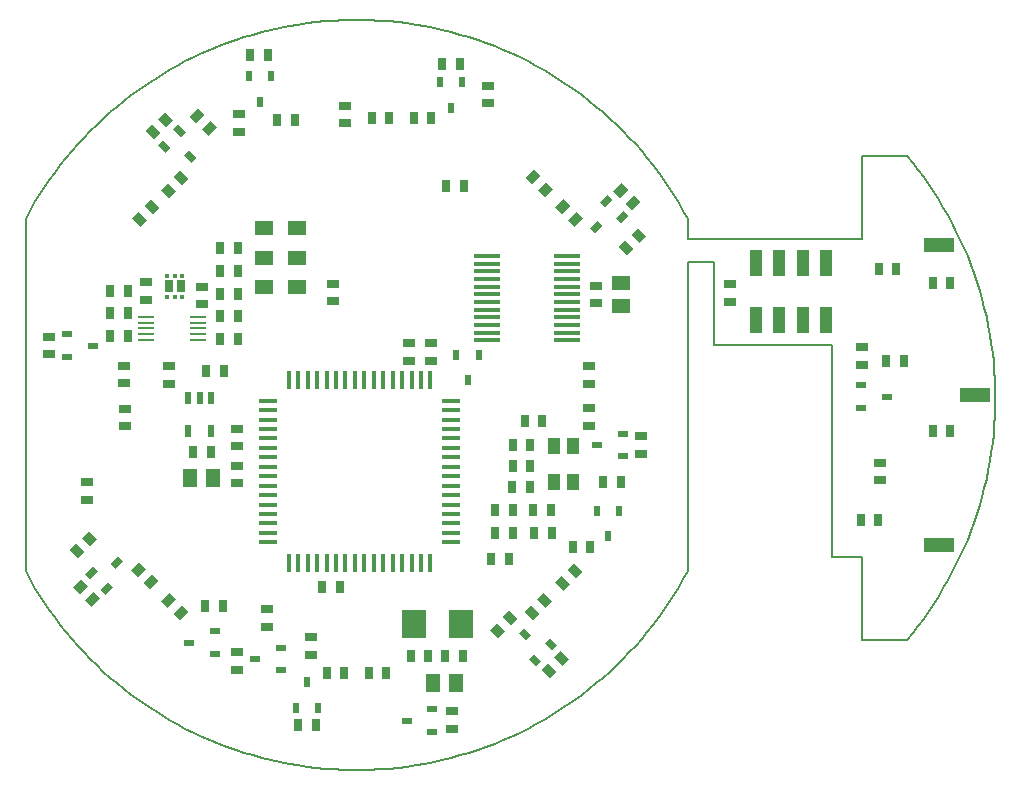
<source format=gtp>
G75*
%MOIN*%
%OFA0B0*%
%FSLAX24Y24*%
%IPPOS*%
%LPD*%
%AMOC8*
5,1,8,0,0,1.08239X$1,22.5*
%
%ADD10C,0.0080*%
%ADD11R,0.0315X0.0394*%
%ADD12R,0.0394X0.0315*%
%ADD13R,0.0453X0.0591*%
%ADD14R,0.0787X0.0945*%
%ADD15R,0.0236X0.0350*%
%ADD16R,0.0350X0.0236*%
%ADD17R,0.0551X0.0110*%
%ADD18R,0.0165X0.0165*%
%ADD19R,0.0307X0.0394*%
%ADD20R,0.0866X0.0157*%
%ADD21R,0.0433X0.0551*%
%ADD22R,0.0591X0.0160*%
%ADD23R,0.0160X0.0591*%
%ADD24R,0.0394X0.0866*%
%ADD25R,0.0236X0.0433*%
%ADD26R,0.0591X0.0453*%
%ADD27R,0.1000X0.0500*%
%ADD28R,0.0630X0.0472*%
D10*
X005768Y008412D02*
X005768Y020148D01*
X005914Y020415D01*
X006066Y020678D01*
X006225Y020937D01*
X006390Y021192D01*
X006561Y021444D01*
X006739Y021691D01*
X006922Y021933D01*
X007111Y022171D01*
X007305Y022405D01*
X007506Y022633D01*
X007712Y022857D01*
X007923Y023075D01*
X008139Y023289D01*
X008361Y023497D01*
X008588Y023699D01*
X008819Y023896D01*
X009055Y024088D01*
X009296Y024273D01*
X009541Y024453D01*
X009791Y024626D01*
X010044Y024794D01*
X010302Y024955D01*
X010563Y025110D01*
X010829Y025259D01*
X011097Y025401D01*
X011369Y025536D01*
X011645Y025665D01*
X011923Y025787D01*
X012204Y025903D01*
X012488Y026011D01*
X012775Y026112D01*
X013064Y026207D01*
X013355Y026294D01*
X013648Y026375D01*
X013943Y026448D01*
X014240Y026514D01*
X014538Y026573D01*
X014837Y026624D01*
X015138Y026668D01*
X015440Y026705D01*
X015742Y026735D01*
X016046Y026757D01*
X016349Y026772D01*
X016653Y026779D01*
X016957Y026779D01*
X017261Y026772D01*
X017564Y026757D01*
X017868Y026735D01*
X018170Y026705D01*
X018472Y026668D01*
X018773Y026624D01*
X019072Y026573D01*
X019370Y026514D01*
X019667Y026448D01*
X019962Y026375D01*
X020255Y026294D01*
X020546Y026207D01*
X020835Y026112D01*
X021122Y026011D01*
X021406Y025903D01*
X021687Y025787D01*
X021965Y025665D01*
X022241Y025536D01*
X022513Y025401D01*
X022781Y025259D01*
X023047Y025110D01*
X023308Y024955D01*
X023566Y024794D01*
X023819Y024626D01*
X024069Y024453D01*
X024314Y024273D01*
X024555Y024088D01*
X024791Y023896D01*
X025022Y023699D01*
X025249Y023497D01*
X025471Y023289D01*
X025687Y023075D01*
X025898Y022857D01*
X026104Y022633D01*
X026305Y022405D01*
X026499Y022171D01*
X026688Y021933D01*
X026871Y021691D01*
X027049Y021444D01*
X027220Y021192D01*
X027385Y020937D01*
X027544Y020678D01*
X027696Y020415D01*
X027842Y020148D01*
X027841Y020148D02*
X027841Y019497D01*
X033635Y019497D01*
X033635Y022252D01*
X035144Y022252D01*
X028714Y018709D02*
X027841Y018709D01*
X027841Y008412D01*
X032651Y008867D02*
X033635Y008867D01*
X033635Y006111D01*
X035144Y006111D01*
X032651Y008867D02*
X032651Y015953D01*
X028714Y015953D01*
X028714Y018709D01*
X035143Y022253D02*
X035336Y022019D01*
X035523Y021781D01*
X035704Y021539D01*
X035879Y021292D01*
X036048Y021041D01*
X036211Y020786D01*
X036367Y020528D01*
X036518Y020265D01*
X036662Y019999D01*
X036799Y019730D01*
X036930Y019457D01*
X037055Y019181D01*
X037172Y018903D01*
X037283Y018621D01*
X037387Y018337D01*
X037484Y018050D01*
X037574Y017762D01*
X037658Y017471D01*
X037734Y017178D01*
X037803Y016883D01*
X037864Y016587D01*
X037919Y016290D01*
X037966Y015991D01*
X038007Y015691D01*
X038039Y015390D01*
X038065Y015089D01*
X038083Y014787D01*
X038094Y014485D01*
X038098Y014182D01*
X038094Y013879D01*
X038083Y013577D01*
X038065Y013275D01*
X038039Y012974D01*
X038007Y012673D01*
X037966Y012373D01*
X037919Y012074D01*
X037864Y011777D01*
X037803Y011481D01*
X037734Y011186D01*
X037658Y010893D01*
X037574Y010602D01*
X037484Y010314D01*
X037387Y010027D01*
X037283Y009743D01*
X037172Y009461D01*
X037055Y009183D01*
X036930Y008907D01*
X036799Y008634D01*
X036662Y008365D01*
X036518Y008099D01*
X036367Y007836D01*
X036211Y007578D01*
X036048Y007323D01*
X035879Y007072D01*
X035704Y006825D01*
X035523Y006583D01*
X035336Y006345D01*
X035143Y006111D01*
X027842Y008412D02*
X027696Y008145D01*
X027544Y007882D01*
X027385Y007623D01*
X027220Y007368D01*
X027049Y007116D01*
X026871Y006869D01*
X026688Y006627D01*
X026499Y006389D01*
X026305Y006155D01*
X026104Y005927D01*
X025898Y005703D01*
X025687Y005485D01*
X025471Y005271D01*
X025249Y005063D01*
X025022Y004861D01*
X024791Y004664D01*
X024555Y004472D01*
X024314Y004287D01*
X024069Y004107D01*
X023819Y003934D01*
X023566Y003766D01*
X023308Y003605D01*
X023047Y003450D01*
X022781Y003301D01*
X022513Y003159D01*
X022241Y003024D01*
X021965Y002895D01*
X021687Y002773D01*
X021406Y002657D01*
X021122Y002549D01*
X020835Y002448D01*
X020546Y002353D01*
X020255Y002266D01*
X019962Y002185D01*
X019667Y002112D01*
X019370Y002046D01*
X019072Y001987D01*
X018773Y001936D01*
X018472Y001892D01*
X018170Y001855D01*
X017868Y001825D01*
X017564Y001803D01*
X017261Y001788D01*
X016957Y001781D01*
X016653Y001781D01*
X016349Y001788D01*
X016046Y001803D01*
X015742Y001825D01*
X015440Y001855D01*
X015138Y001892D01*
X014837Y001936D01*
X014538Y001987D01*
X014240Y002046D01*
X013943Y002112D01*
X013648Y002185D01*
X013355Y002266D01*
X013064Y002353D01*
X012775Y002448D01*
X012488Y002549D01*
X012204Y002657D01*
X011923Y002773D01*
X011645Y002895D01*
X011369Y003024D01*
X011097Y003159D01*
X010829Y003301D01*
X010563Y003450D01*
X010302Y003605D01*
X010044Y003766D01*
X009791Y003934D01*
X009541Y004107D01*
X009296Y004287D01*
X009055Y004472D01*
X008819Y004664D01*
X008588Y004861D01*
X008361Y005063D01*
X008139Y005271D01*
X007923Y005485D01*
X007712Y005703D01*
X007506Y005927D01*
X007305Y006155D01*
X007111Y006389D01*
X006922Y006627D01*
X006739Y006869D01*
X006561Y007116D01*
X006390Y007368D01*
X006225Y007623D01*
X006066Y007882D01*
X005914Y008145D01*
X005768Y008412D01*
D11*
X011350Y012365D03*
X011940Y012365D03*
X011798Y015067D03*
X012388Y015067D03*
X012248Y016149D03*
X012838Y016149D03*
X012838Y016899D03*
X012248Y016899D03*
X012248Y017649D03*
X012838Y017649D03*
X012838Y018399D03*
X012248Y018399D03*
X012248Y019168D03*
X012838Y019168D03*
X009188Y017749D03*
X008598Y017749D03*
X008598Y016999D03*
X009188Y016999D03*
X009188Y016249D03*
X008598Y016249D03*
X014159Y023455D03*
X014750Y023455D03*
X017309Y023530D03*
X017900Y023530D03*
X018709Y023530D03*
X019300Y023530D03*
X019659Y025305D03*
X020250Y025305D03*
X020375Y021255D03*
X019784Y021255D03*
X013850Y025605D03*
X013259Y025605D03*
X022409Y013430D03*
X023000Y013430D03*
X022600Y012630D03*
X022009Y012630D03*
X022009Y011930D03*
X022600Y011930D03*
X022575Y011230D03*
X021984Y011230D03*
X022004Y010436D03*
X022695Y010442D03*
X023286Y010442D03*
X023311Y009693D03*
X022720Y009693D03*
X022004Y009687D03*
X021414Y009687D03*
X021414Y010436D03*
X021284Y008830D03*
X021875Y008830D03*
X024009Y009230D03*
X024600Y009230D03*
X025011Y011393D03*
X025602Y011393D03*
X020350Y005580D03*
X019759Y005580D03*
X019200Y005580D03*
X018609Y005580D03*
X017800Y005030D03*
X017209Y005030D03*
X016400Y005030D03*
X015809Y005030D03*
X015450Y003280D03*
X014859Y003280D03*
X012351Y007232D03*
X011760Y007232D03*
X015659Y007880D03*
X016250Y007880D03*
X033609Y010130D03*
X034200Y010130D03*
X036009Y013080D03*
X036600Y013080D03*
X035050Y015430D03*
X034459Y015430D03*
X036009Y018030D03*
X036600Y018030D03*
X034800Y018480D03*
X034209Y018480D03*
D12*
G36*
X007766Y007452D02*
X008044Y007730D01*
X008266Y007508D01*
X007988Y007230D01*
X007766Y007452D01*
G37*
G36*
X007348Y007870D02*
X007626Y008148D01*
X007848Y007926D01*
X007570Y007648D01*
X007348Y007870D01*
G37*
G36*
X007454Y009333D02*
X007732Y009055D01*
X007510Y008833D01*
X007232Y009111D01*
X007454Y009333D01*
G37*
G36*
X007871Y009751D02*
X008149Y009473D01*
X007927Y009251D01*
X007649Y009529D01*
X007871Y009751D01*
G37*
X007805Y010785D03*
X007805Y011375D03*
X009069Y013233D03*
X009069Y013824D03*
X009050Y014666D03*
X009050Y015256D03*
X010566Y015246D03*
X010566Y014655D03*
X012810Y013155D03*
X012810Y012564D03*
X012810Y011930D03*
X012810Y011339D03*
G36*
X009782Y008495D02*
X009504Y008217D01*
X009282Y008439D01*
X009560Y008717D01*
X009782Y008495D01*
G37*
G36*
X010199Y008077D02*
X009921Y007799D01*
X009699Y008021D01*
X009977Y008299D01*
X010199Y008077D01*
G37*
G36*
X010282Y007413D02*
X010560Y007691D01*
X010782Y007469D01*
X010504Y007191D01*
X010282Y007413D01*
G37*
G36*
X010699Y006995D02*
X010977Y007273D01*
X011199Y007051D01*
X010921Y006773D01*
X010699Y006995D01*
G37*
X012805Y005700D03*
X012805Y005110D03*
X013805Y006560D03*
X013805Y007150D03*
X015293Y006217D03*
X015293Y005627D03*
X019980Y003750D03*
X019980Y003160D03*
G36*
X023252Y004838D02*
X022974Y005116D01*
X023196Y005338D01*
X023474Y005060D01*
X023252Y004838D01*
G37*
G36*
X023670Y005256D02*
X023392Y005534D01*
X023614Y005756D01*
X023892Y005478D01*
X023670Y005256D01*
G37*
G36*
X022624Y007270D02*
X022902Y006992D01*
X022680Y006770D01*
X022402Y007048D01*
X022624Y007270D01*
G37*
G36*
X023041Y007688D02*
X023319Y007410D01*
X023097Y007188D01*
X022819Y007466D01*
X023041Y007688D01*
G37*
G36*
X023684Y007757D02*
X023406Y008035D01*
X023628Y008257D01*
X023906Y007979D01*
X023684Y007757D01*
G37*
G36*
X024101Y008174D02*
X023823Y008452D01*
X024045Y008674D01*
X024323Y008396D01*
X024101Y008174D01*
G37*
G36*
X021949Y006602D02*
X021671Y006880D01*
X021893Y007102D01*
X022171Y006824D01*
X021949Y006602D01*
G37*
G36*
X021531Y006184D02*
X021253Y006462D01*
X021475Y006684D01*
X021753Y006406D01*
X021531Y006184D01*
G37*
X026297Y012323D03*
X026297Y012913D03*
X024543Y013260D03*
X024543Y013850D03*
X024550Y014649D03*
X024550Y015240D03*
X024780Y017335D03*
X024780Y017925D03*
G36*
X025820Y018934D02*
X025542Y019212D01*
X025764Y019434D01*
X026042Y019156D01*
X025820Y018934D01*
G37*
G36*
X026237Y019352D02*
X025959Y019630D01*
X026181Y019852D01*
X026459Y019574D01*
X026237Y019352D01*
G37*
G36*
X026278Y020710D02*
X026000Y020432D01*
X025778Y020654D01*
X026056Y020932D01*
X026278Y020710D01*
G37*
G36*
X025860Y021128D02*
X025582Y020850D01*
X025360Y021072D01*
X025638Y021350D01*
X025860Y021128D01*
G37*
G36*
X023842Y020114D02*
X024120Y020392D01*
X024342Y020170D01*
X024064Y019892D01*
X023842Y020114D01*
G37*
G36*
X023425Y020531D02*
X023703Y020809D01*
X023925Y020587D01*
X023647Y020309D01*
X023425Y020531D01*
G37*
G36*
X023352Y021160D02*
X023074Y020882D01*
X022852Y021104D01*
X023130Y021382D01*
X023352Y021160D01*
G37*
G36*
X022935Y021577D02*
X022657Y021299D01*
X022435Y021521D01*
X022713Y021799D01*
X022935Y021577D01*
G37*
X021191Y023999D03*
X021191Y024590D03*
X016405Y023925D03*
X016405Y023335D03*
X012880Y023060D03*
X012880Y023650D03*
G36*
X012150Y023201D02*
X011872Y022923D01*
X011650Y023145D01*
X011928Y023423D01*
X012150Y023201D01*
G37*
G36*
X011733Y023618D02*
X011455Y023340D01*
X011233Y023562D01*
X011511Y023840D01*
X011733Y023618D01*
G37*
G36*
X010409Y023717D02*
X010687Y023439D01*
X010465Y023217D01*
X010187Y023495D01*
X010409Y023717D01*
G37*
G36*
X009991Y023299D02*
X010269Y023021D01*
X010047Y022799D01*
X009769Y023077D01*
X009991Y023299D01*
G37*
G36*
X010983Y021270D02*
X010705Y021548D01*
X010927Y021770D01*
X011205Y021492D01*
X010983Y021270D01*
G37*
G36*
X010565Y020852D02*
X010287Y021130D01*
X010509Y021352D01*
X010787Y021074D01*
X010565Y020852D01*
G37*
G36*
X009954Y020806D02*
X010232Y020528D01*
X010010Y020306D01*
X009732Y020584D01*
X009954Y020806D01*
G37*
G36*
X009537Y020388D02*
X009815Y020110D01*
X009593Y019888D01*
X009315Y020166D01*
X009537Y020388D01*
G37*
X009793Y018044D03*
X009793Y017453D03*
X011643Y017303D03*
X011643Y017894D03*
X016024Y017988D03*
X016024Y017398D03*
X018542Y016015D03*
X018542Y015424D03*
X019299Y015414D03*
X019299Y016005D03*
X029255Y017385D03*
X029255Y017975D03*
X033655Y015875D03*
X033655Y015285D03*
X034255Y012025D03*
X034255Y011435D03*
X006550Y015635D03*
X006550Y016225D03*
D13*
X011236Y011505D03*
X012023Y011505D03*
X019336Y004680D03*
X020123Y004680D03*
D14*
X020292Y006655D03*
X018717Y006655D03*
D15*
X015155Y004705D03*
X015529Y003855D03*
X014781Y003855D03*
X024806Y010430D03*
X025554Y010430D03*
X025180Y009580D03*
X020505Y014780D03*
X020879Y015630D03*
X020131Y015630D03*
X019955Y023855D03*
X020329Y024705D03*
X019581Y024705D03*
X013954Y024905D03*
X013206Y024905D03*
X013580Y024055D03*
D16*
G36*
X011202Y022435D02*
X011449Y022188D01*
X011282Y022021D01*
X011035Y022268D01*
X011202Y022435D01*
G37*
G36*
X010865Y023300D02*
X011112Y023053D01*
X010945Y022886D01*
X010698Y023133D01*
X010865Y023300D01*
G37*
G36*
X010336Y022771D02*
X010583Y022524D01*
X010416Y022357D01*
X010169Y022604D01*
X010336Y022771D01*
G37*
X007159Y016298D03*
X008009Y015924D03*
X007159Y015550D03*
G36*
X008619Y008655D02*
X008866Y008902D01*
X009033Y008735D01*
X008786Y008488D01*
X008619Y008655D01*
G37*
G36*
X007754Y008319D02*
X008001Y008566D01*
X008168Y008399D01*
X007921Y008152D01*
X007754Y008319D01*
G37*
G36*
X008283Y007790D02*
X008530Y008037D01*
X008697Y007870D01*
X008450Y007623D01*
X008283Y007790D01*
G37*
X011230Y006030D03*
X012080Y005656D03*
X012080Y006404D03*
X013430Y005480D03*
X014280Y005106D03*
X014280Y005854D03*
X018480Y003430D03*
X019330Y003056D03*
X019330Y003804D03*
G36*
X022792Y005235D02*
X022545Y005482D01*
X022712Y005649D01*
X022959Y005402D01*
X022792Y005235D01*
G37*
G36*
X023321Y005764D02*
X023074Y006011D01*
X023241Y006178D01*
X023488Y005931D01*
X023321Y005764D01*
G37*
G36*
X022455Y006101D02*
X022208Y006348D01*
X022375Y006515D01*
X022622Y006268D01*
X022455Y006101D01*
G37*
X025674Y012245D03*
X024824Y012619D03*
X025674Y012993D03*
X033630Y013856D03*
X033630Y014604D03*
X034480Y014230D03*
G36*
X025869Y020253D02*
X025622Y020006D01*
X025455Y020173D01*
X025702Y020420D01*
X025869Y020253D01*
G37*
G36*
X025340Y020781D02*
X025093Y020534D01*
X024926Y020701D01*
X025173Y020948D01*
X025340Y020781D01*
G37*
G36*
X025003Y019916D02*
X024756Y019669D01*
X024589Y019836D01*
X024836Y020083D01*
X025003Y019916D01*
G37*
D17*
X011509Y016892D03*
X011509Y016695D03*
X011509Y016499D03*
X011509Y016302D03*
X011509Y016105D03*
X009777Y016105D03*
X009777Y016302D03*
X009777Y016499D03*
X009777Y016695D03*
X009777Y016892D03*
D18*
X010487Y017538D03*
X010743Y017538D03*
X010999Y017538D03*
X010999Y018259D03*
X010743Y018259D03*
X010487Y018259D03*
D19*
X010546Y017899D03*
X010940Y017899D03*
D20*
X021150Y017889D03*
X021150Y018145D03*
X021150Y018401D03*
X021150Y018657D03*
X021150Y018912D03*
X021150Y017633D03*
X021150Y017377D03*
X021150Y017121D03*
X021150Y016865D03*
X021150Y016609D03*
X021150Y016353D03*
X021150Y016098D03*
X023810Y016098D03*
X023810Y016353D03*
X023810Y016609D03*
X023810Y016865D03*
X023810Y017121D03*
X023810Y017377D03*
X023810Y017633D03*
X023810Y017889D03*
X023810Y018145D03*
X023810Y018401D03*
X023810Y018657D03*
X023810Y018912D03*
D21*
X024020Y012571D03*
X023390Y012571D03*
X023390Y011389D03*
X024020Y011389D03*
D22*
X019956Y011258D03*
X019956Y011573D03*
X019956Y011887D03*
X019956Y012202D03*
X019956Y012517D03*
X019956Y012832D03*
X019956Y013147D03*
X019956Y013462D03*
X019956Y013777D03*
X019956Y014092D03*
X019956Y010943D03*
X019956Y010628D03*
X019956Y010313D03*
X019956Y009998D03*
X019956Y009683D03*
X019956Y009368D03*
X013853Y009368D03*
X013853Y009683D03*
X013853Y009998D03*
X013853Y010313D03*
X013853Y010628D03*
X013853Y010943D03*
X013853Y011258D03*
X013853Y011573D03*
X013853Y011887D03*
X013853Y012202D03*
X013853Y012517D03*
X013853Y012832D03*
X013853Y013147D03*
X013853Y013462D03*
X013853Y013777D03*
X013853Y014092D03*
D23*
X014542Y014781D03*
X014857Y014781D03*
X015172Y014781D03*
X015487Y014781D03*
X015802Y014781D03*
X016117Y014781D03*
X016432Y014781D03*
X016747Y014781D03*
X017062Y014781D03*
X017377Y014781D03*
X017692Y014781D03*
X018007Y014781D03*
X018322Y014781D03*
X018637Y014781D03*
X018952Y014781D03*
X019267Y014781D03*
X019267Y008679D03*
X018952Y008679D03*
X018637Y008679D03*
X018322Y008679D03*
X018007Y008679D03*
X017692Y008679D03*
X017377Y008679D03*
X017062Y008679D03*
X016747Y008679D03*
X016432Y008679D03*
X016117Y008679D03*
X015802Y008679D03*
X015487Y008679D03*
X015172Y008679D03*
X014857Y008679D03*
X014542Y008679D03*
D24*
X030102Y016783D03*
X030889Y016783D03*
X031676Y016783D03*
X032464Y016783D03*
X032464Y018673D03*
X031676Y018673D03*
X030889Y018673D03*
X030102Y018673D03*
D25*
X011945Y014197D03*
X011571Y014197D03*
X011197Y014197D03*
X011197Y013095D03*
X011945Y013095D03*
D26*
X025630Y017236D03*
X025630Y018024D03*
D27*
X036205Y019280D03*
X037405Y014280D03*
X036205Y009280D03*
D28*
X014806Y017871D03*
X014806Y018855D03*
X013703Y018855D03*
X013703Y017871D03*
X013703Y019839D03*
X014806Y019839D03*
M02*

</source>
